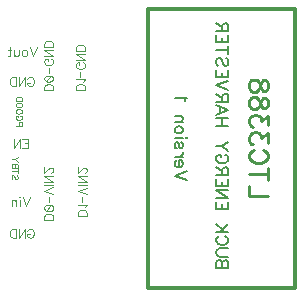
<source format=gbr>
G04 DipTrace 3.2.0.1*
G04 BottomSilk.gbr*
%MOMM*%
G04 #@! TF.FileFunction,Legend,Bot*
G04 #@! TF.Part,Single*
%ADD18C,0.3*%
%ADD45C,0.15686*%
%ADD46C,0.07843*%
%ADD47C,0.11765*%
%ADD48C,0.23529*%
%FSLAX35Y35*%
G04*
G71*
G90*
G75*
G01*
G04 BotSilk*
%LPD*%
X1480093Y2532573D2*
D18*
X2718213D1*
Y167447D1*
X1480093D1*
Y2532573D1*
X365820Y1123218D2*
D46*
X370705Y1118389D1*
X373120Y1111089D1*
Y1101374D1*
X370705Y1094074D1*
X365820Y1089189D1*
X360991D1*
X356105Y1091660D1*
X353691Y1094074D1*
X351276Y1098903D1*
X346391Y1113503D1*
X343976Y1118389D1*
X341505Y1120803D1*
X336676Y1123218D1*
X329376D1*
X324547Y1118389D1*
X322076Y1111089D1*
Y1101374D1*
X324547Y1094074D1*
X329376Y1089189D1*
X373120Y1155919D2*
X322076D1*
X373120Y1138904D2*
Y1172934D1*
Y1188620D2*
X322076D1*
Y1210520D1*
X324547Y1217820D1*
X326961Y1220234D1*
X331791Y1222649D1*
X339091D1*
X343976Y1220234D1*
X346391Y1217820D1*
X348805Y1210520D1*
X351276Y1217820D1*
X353691Y1220234D1*
X358520Y1222649D1*
X363405D1*
X368235Y1220234D1*
X370705Y1217820D1*
X373120Y1210520D1*
Y1188620D1*
X348805D2*
Y1210520D1*
X373120Y1238335D2*
X348805Y1257764D1*
X322076D1*
X373120Y1277194D2*
X348805Y1257764D1*
X456762Y650961D2*
D47*
X460384Y658205D1*
X467712Y665533D1*
X474956Y669155D1*
X489528D1*
X496856Y665533D1*
X504100Y658205D1*
X507806Y650961D1*
X511428Y640011D1*
Y621733D1*
X507806Y610867D1*
X504100Y603539D1*
X496856Y596295D1*
X489528Y592589D1*
X474956D1*
X467712Y596295D1*
X460384Y603539D1*
X456762Y610867D1*
Y621733D1*
X474956D1*
X382189Y669155D2*
Y592589D1*
X433233Y669155D1*
Y592589D1*
X358660Y669155D2*
Y592589D1*
X333138D1*
X322188Y596295D1*
X314860Y603539D1*
X311238Y610867D1*
X307616Y621733D1*
Y640011D1*
X311238Y650961D1*
X314860Y658205D1*
X322188Y665533D1*
X333138Y669155D1*
X358660D1*
X456762Y1936701D2*
X460384Y1943945D1*
X467712Y1951273D1*
X474956Y1954895D1*
X489528D1*
X496856Y1951273D1*
X504100Y1943945D1*
X507806Y1936701D1*
X511428Y1925751D1*
Y1907473D1*
X507806Y1896607D1*
X504100Y1889279D1*
X496856Y1882035D1*
X489528Y1878329D1*
X474956D1*
X467712Y1882035D1*
X460384Y1889279D1*
X456762Y1896607D1*
Y1907473D1*
X474956D1*
X382189Y1954895D2*
Y1878329D1*
X433233Y1954895D1*
Y1878329D1*
X358660Y1954895D2*
Y1878329D1*
X333138D1*
X322188Y1882035D1*
X314860Y1889279D1*
X311238Y1896607D1*
X307616Y1907473D1*
Y1925751D1*
X311238Y1936701D1*
X314860Y1943945D1*
X322188Y1951273D1*
X333138Y1954895D1*
X358660D1*
X476257Y939002D2*
X447114Y862436D1*
X417970Y939002D1*
X394440D2*
X390818Y935380D1*
X387112Y939002D1*
X390818Y942708D1*
X394440Y939002D1*
X390818Y913480D2*
Y862436D1*
X363583Y913480D2*
Y862436D1*
Y898908D2*
X352633Y909858D1*
X345305Y913480D1*
X334439D1*
X327111Y909858D1*
X323489Y898908D1*
Y862436D1*
X537278Y2208868D2*
X508134Y2132303D1*
X478990Y2208868D1*
X437267Y2183346D2*
X444511Y2179724D1*
X451839Y2172396D1*
X455461Y2161446D1*
Y2154203D1*
X451839Y2143253D1*
X444511Y2136009D1*
X437267Y2132303D1*
X426317D1*
X418989Y2136009D1*
X411745Y2143253D1*
X408039Y2154203D1*
Y2161446D1*
X411745Y2172396D1*
X418989Y2179724D1*
X426317Y2183346D1*
X437267D1*
X384509D2*
Y2146874D1*
X380888Y2136009D1*
X373559Y2132303D1*
X362609D1*
X355366Y2136009D1*
X344416Y2146874D1*
Y2183346D2*
Y2132303D1*
X309936Y2208868D2*
Y2146874D1*
X306314Y2136009D1*
X298986Y2132303D1*
X291742D1*
X320886Y2183346D2*
X295364D1*
X382370Y1542599D2*
D46*
Y1564499D1*
X384785Y1571743D1*
X387255Y1574213D1*
X392085Y1576628D1*
X399385D1*
X404214Y1574213D1*
X406685Y1571743D1*
X409099Y1564499D1*
Y1542599D1*
X358056D1*
X396970Y1628758D2*
X401799Y1626344D1*
X406685Y1621458D1*
X409099Y1616629D1*
Y1606914D1*
X406685Y1602029D1*
X401799Y1597200D1*
X396970Y1594729D1*
X389670Y1592314D1*
X377485D1*
X370241Y1594729D1*
X365355Y1597200D1*
X360526Y1602029D1*
X358055Y1606914D1*
Y1616629D1*
X360526Y1621458D1*
X365355Y1626344D1*
X370241Y1628758D1*
X377485D1*
Y1616629D1*
X409099Y1659044D2*
X406685Y1654159D1*
X401799Y1649330D1*
X396970Y1646859D1*
X389670Y1644444D1*
X377485D1*
X370241Y1646859D1*
X365355Y1649330D1*
X360526Y1654159D1*
X358055Y1659044D1*
Y1668759D1*
X360526Y1673588D1*
X365355Y1678474D1*
X370241Y1680888D1*
X377485Y1683303D1*
X389670D1*
X396970Y1680888D1*
X401799Y1678474D1*
X406685Y1673588D1*
X409099Y1668759D1*
Y1659044D1*
Y1713589D2*
X406685Y1708704D1*
X401799Y1703874D1*
X396970Y1701404D1*
X389670Y1698989D1*
X377485D1*
X370241Y1701404D1*
X365355Y1703875D1*
X360526Y1708704D1*
X358055Y1713589D1*
Y1723304D1*
X360526Y1728133D1*
X365355Y1733018D1*
X370241Y1735433D1*
X377485Y1737848D1*
X389670Y1737847D1*
X396970Y1735433D1*
X401799Y1733018D1*
X406685Y1728133D1*
X409099Y1723304D1*
Y1713589D1*
Y1753534D2*
X358055D1*
Y1770548D1*
X360526Y1777848D1*
X365355Y1782734D1*
X370241Y1785148D1*
X377485Y1787563D1*
X389670D1*
X396970Y1785148D1*
X401799Y1782734D1*
X406685Y1777848D1*
X409099Y1770548D1*
Y1753534D1*
X413936Y1431075D2*
D47*
X461273D1*
Y1354509D1*
X413936D1*
X461273Y1394603D2*
X432129D1*
X339362Y1431075D2*
Y1354509D1*
X390406Y1431075D1*
Y1354509D1*
X960342Y778349D2*
X883776D1*
Y803871D1*
X887482Y814821D1*
X894726Y822149D1*
X902054Y825771D1*
X912920Y829393D1*
X931198D1*
X942148Y825771D1*
X949392Y822149D1*
X956720Y814821D1*
X960342Y803871D1*
Y778349D1*
X945686Y852922D2*
X949392Y860250D1*
X960258Y871200D1*
X883776D1*
X922017Y894730D2*
Y936845D1*
X960342Y960375D2*
X883776Y989518D1*
X960342Y1018662D1*
Y1042192D2*
X883776D1*
X960342Y1116765D2*
X883776D1*
X960342Y1065721D1*
X883776D1*
X942064Y1144000D2*
X945686D1*
X953014Y1147622D1*
X956636Y1151244D1*
X960258Y1158572D1*
Y1173144D1*
X956636Y1180388D1*
X953014Y1184010D1*
X945686Y1187716D1*
X938442D1*
X931114Y1184010D1*
X920248Y1176766D1*
X883776Y1140294D1*
Y1191338D1*
X674622Y746602D2*
X598056D1*
Y772124D1*
X601762Y783074D1*
X609006Y790402D1*
X616334Y794024D1*
X627200Y797646D1*
X645478D1*
X656428Y794024D1*
X663672Y790402D1*
X671000Y783074D1*
X674622Y772124D1*
Y746602D1*
X674538Y843076D2*
X670916Y832126D1*
X659966Y824798D1*
X641772Y821176D1*
X630822D1*
X612628Y824798D1*
X601678Y832126D1*
X598056Y843076D1*
Y850319D1*
X601678Y861269D1*
X612628Y868513D1*
X630822Y872219D1*
X641772D1*
X659966Y868513D1*
X670916Y861269D1*
X674538Y850319D1*
Y843076D1*
X659966Y868513D2*
X612628Y824798D1*
X636297Y895749D2*
Y937864D1*
X674622Y961394D2*
X598056Y990538D1*
X674622Y1019681D1*
Y1043211D2*
X598056D1*
X674622Y1117784D2*
X598056D1*
X674622Y1066740D1*
X598056D1*
X656344Y1145019D2*
X659966D1*
X667294Y1148641D1*
X670916Y1152263D1*
X674538Y1159591D1*
Y1174163D1*
X670916Y1181407D1*
X667294Y1185029D1*
X659966Y1188735D1*
X652722D1*
X645394Y1185029D1*
X634528Y1177785D1*
X598056Y1141313D1*
Y1192357D1*
X944469Y1841862D2*
X867903D1*
Y1867384D1*
X871609Y1878334D1*
X878853Y1885662D1*
X886181Y1889284D1*
X897047Y1892906D1*
X915325D1*
X926275Y1889284D1*
X933519Y1885662D1*
X940847Y1878334D1*
X944469Y1867384D1*
Y1841862D1*
X929812Y1916436D2*
X933519Y1923764D1*
X944384Y1934714D1*
X867903D1*
X906144Y1958243D2*
Y2000358D1*
X926275Y2078554D2*
X933518Y2074932D1*
X940847Y2067604D1*
X944468Y2060360D1*
Y2045788D1*
X940847Y2038460D1*
X933519Y2031216D1*
X926275Y2027510D1*
X915325Y2023888D1*
X897047D1*
X886181Y2027510D1*
X878853Y2031216D1*
X871609Y2038460D1*
X867903Y2045788D1*
Y2060360D1*
X871609Y2067604D1*
X878853Y2074932D1*
X886181Y2078554D1*
X897047D1*
Y2060360D1*
X944468Y2153127D2*
X867903D1*
X944468Y2102083D1*
X867903D1*
X944469Y2176656D2*
X867903D1*
Y2202178D1*
X871609Y2213128D1*
X878853Y2220456D1*
X886181Y2224078D1*
X897047Y2227700D1*
X915325D1*
X926275Y2224078D1*
X933519Y2220456D1*
X940847Y2213128D1*
X944469Y2202178D1*
Y2176656D1*
X674622Y1841862D2*
X598056D1*
Y1867384D1*
X601762Y1878334D1*
X609006Y1885662D1*
X616334Y1889284D1*
X627200Y1892906D1*
X645478D1*
X656428Y1889284D1*
X663672Y1885662D1*
X671000Y1878334D1*
X674622Y1867384D1*
Y1841862D1*
X674538Y1938336D2*
X670916Y1927386D1*
X659966Y1920058D1*
X641772Y1916436D1*
X630822D1*
X612628Y1920058D1*
X601678Y1927386D1*
X598056Y1938336D1*
Y1945579D1*
X601678Y1956529D1*
X612628Y1963773D1*
X630822Y1967479D1*
X641772D1*
X659966Y1963773D1*
X670916Y1956529D1*
X674538Y1945579D1*
Y1938336D1*
X659966Y1963773D2*
X612628Y1920058D1*
X636297Y1991009D2*
Y2033124D1*
X656428Y2111319D2*
X663672Y2107697D1*
X671000Y2100369D1*
X674622Y2093125D1*
Y2078554D1*
X671000Y2071226D1*
X663672Y2063982D1*
X656428Y2060276D1*
X645478Y2056654D1*
X627200D1*
X616334Y2060276D1*
X609006Y2063982D1*
X601762Y2071226D1*
X598056Y2078554D1*
Y2093126D1*
X601762Y2100369D1*
X609006Y2107697D1*
X616334Y2111319D1*
X627200D1*
Y2093126D1*
X674622Y2185892D2*
X598056Y2185893D1*
X674622Y2134849D1*
X598056D1*
X674622Y2209422D2*
X598056D1*
Y2234944D1*
X601762Y2245894D1*
X609006Y2253222D1*
X616334Y2256844D1*
X627200Y2260466D1*
X645478D1*
X656428Y2256844D1*
X663672Y2253222D1*
X671000Y2245894D1*
X674622Y2234944D1*
Y2209422D1*
X2490084Y944538D2*
D48*
X2336952D1*
Y1031969D1*
X2490084Y1130072D2*
X2336952D1*
X2490084Y1079028D2*
Y1181116D1*
X2453696Y1337506D2*
X2468183Y1330262D1*
X2482840Y1315606D1*
X2490083Y1301119D1*
Y1271975D1*
X2482840Y1257319D1*
X2468184Y1242831D1*
X2453696Y1235419D1*
X2431796Y1228175D1*
X2395240D1*
X2373508Y1235419D1*
X2358852Y1242831D1*
X2344364Y1257319D1*
X2336952Y1271975D1*
Y1301119D1*
X2344364Y1315606D1*
X2358852Y1330262D1*
X2373508Y1337506D1*
X2489915Y1399221D2*
Y1479240D1*
X2431627Y1435609D1*
Y1457509D1*
X2424383Y1471997D1*
X2417140Y1479240D1*
X2395240Y1486653D1*
X2380752D1*
X2358852Y1479241D1*
X2344196Y1464753D1*
X2336952Y1442853D1*
Y1420953D1*
X2344196Y1399221D1*
X2351608Y1391977D1*
X2366096Y1384565D1*
X2489915Y1548368D2*
Y1628387D1*
X2431627Y1584755D1*
Y1606655D1*
X2424383Y1621143D1*
X2417140Y1628387D1*
X2395240Y1635799D1*
X2380752D1*
X2358852Y1628387D1*
X2344196Y1613899D1*
X2336952Y1591999D1*
Y1570099D1*
X2344196Y1548368D1*
X2351608Y1541124D1*
X2366096Y1533712D1*
X2489915Y1719246D2*
X2482671Y1697514D1*
X2468183Y1690102D1*
X2453527D1*
X2439040Y1697514D1*
X2431627Y1712002D1*
X2424383Y1741146D1*
X2417140Y1763046D1*
X2402483Y1777533D1*
X2387996Y1784777D1*
X2366096D1*
X2351608Y1777533D1*
X2344196Y1770290D1*
X2336952Y1748390D1*
Y1719246D1*
X2344196Y1697514D1*
X2351608Y1690102D1*
X2366096Y1682858D1*
X2387996D1*
X2402483Y1690102D1*
X2417140Y1704758D1*
X2424383Y1726490D1*
X2431627Y1755633D1*
X2439040Y1770290D1*
X2453527Y1777533D1*
X2468183D1*
X2482671Y1770289D1*
X2489915Y1748390D1*
Y1719246D1*
Y1868224D2*
X2482671Y1846492D1*
X2468183Y1839080D1*
X2453527D1*
X2439040Y1846492D1*
X2431627Y1860980D1*
X2424383Y1890124D1*
X2417140Y1912024D1*
X2402484Y1926511D1*
X2387996Y1933755D1*
X2366096D1*
X2351608Y1926511D1*
X2344196Y1919267D1*
X2336952Y1897368D1*
Y1868224D1*
X2344196Y1846492D1*
X2351608Y1839080D1*
X2366096Y1831836D1*
X2387996D1*
X2402483Y1839080D1*
X2417140Y1853736D1*
X2424383Y1875467D1*
X2431627Y1904611D1*
X2439040Y1919267D1*
X2453527Y1926511D1*
X2468184D1*
X2482671Y1919267D1*
X2489915Y1897367D1*
Y1868224D1*
X2156293Y335856D2*
D45*
X2054205D1*
Y379656D1*
X2059146Y394256D1*
X2063976Y399086D1*
X2073634Y403915D1*
X2088234D1*
X2098005Y399086D1*
X2102834Y394256D1*
X2107663Y379656D1*
X2112605Y394256D1*
X2117434Y399086D1*
X2127093Y403915D1*
X2136863D1*
X2146522Y399086D1*
X2151463Y394256D1*
X2156293Y379656D1*
Y335856D1*
X2107663D2*
Y379656D1*
X2156293Y435287D2*
X2083405D1*
X2068805Y440117D1*
X2059146Y449887D1*
X2054205Y464487D1*
Y474146D1*
X2059146Y488746D1*
X2068805Y498517D1*
X2083405Y503346D1*
X2156293D1*
X2132034Y607606D2*
X2141693Y602777D1*
X2151463Y593006D1*
X2156293Y583348D1*
Y563918D1*
X2151463Y554148D1*
X2141693Y544489D1*
X2132034Y539548D1*
X2117434Y534718D1*
X2093063D1*
X2078576Y539548D1*
X2068805Y544489D1*
X2059146Y554148D1*
X2054205Y563918D1*
Y583348D1*
X2059146Y593006D1*
X2068805Y602777D1*
X2078576Y607606D1*
X2156293Y638979D2*
X2054205D1*
X2156293Y707037D2*
X2088234Y638979D1*
X2112605Y663237D2*
X2054205Y707037D1*
X2156293Y900284D2*
Y837167D1*
X2054205D1*
Y900284D1*
X2107663Y837167D2*
Y876025D1*
X2156293Y999715D2*
X2054205D1*
X2156293Y931656D1*
X2054205D1*
X2156293Y1094204D2*
Y1031087D1*
X2054205D1*
Y1094204D1*
X2107663Y1031087D2*
Y1069946D1*
Y1125577D2*
Y1169265D1*
X2112605Y1183865D1*
X2117434Y1188806D1*
X2127093Y1193635D1*
X2136863D1*
X2146522Y1188806D1*
X2151463Y1183865D1*
X2156293Y1169265D1*
Y1125577D1*
X2054205D1*
X2107663Y1159606D2*
X2054205Y1193635D1*
X2132034Y1297896D2*
X2141693Y1293066D1*
X2151463Y1283296D1*
X2156293Y1273637D1*
Y1254208D1*
X2151463Y1244437D1*
X2141693Y1234779D1*
X2132034Y1229837D1*
X2117434Y1225008D1*
X2093063D1*
X2078576Y1229837D1*
X2068805Y1234779D1*
X2059146Y1244437D1*
X2054205Y1254208D1*
Y1273637D1*
X2059146Y1283296D1*
X2068805Y1293066D1*
X2078576Y1297896D1*
X2093063D1*
Y1273637D1*
X2156293Y1329268D2*
X2107663Y1368127D1*
X2054205D1*
X2156293Y1406985D2*
X2107663Y1368127D1*
X2156293Y1537115D2*
X2054205D1*
X2156293Y1605173D2*
X2054205D1*
X2107663Y1537115D2*
Y1605173D1*
X2054205Y1714375D2*
X2156293Y1675404D1*
X2054205Y1636546D1*
X2088234Y1651146D2*
Y1699775D1*
X2107663Y1745748D2*
Y1789435D1*
X2112605Y1804035D1*
X2117434Y1808977D1*
X2127093Y1813806D1*
X2136863D1*
X2146522Y1808977D1*
X2151463Y1804035D1*
X2156293Y1789435D1*
Y1745748D1*
X2054205D1*
X2107663Y1779777D2*
X2054205Y1813806D1*
X2156293Y1845179D2*
X2054205Y1884037D1*
X2156293Y1922895D1*
Y2017385D2*
Y1954268D1*
X2054205D1*
Y2017385D1*
X2107663Y1954268D2*
Y1993126D1*
X2141693Y2116816D2*
X2151463Y2107157D1*
X2156293Y2092557D1*
Y2073128D1*
X2151463Y2058528D1*
X2141693Y2048757D1*
X2132034D1*
X2122263Y2053699D1*
X2117434Y2058528D1*
X2112605Y2068187D1*
X2102834Y2097387D1*
X2098005Y2107157D1*
X2093063Y2111987D1*
X2083405Y2116816D1*
X2068805D1*
X2059146Y2107157D1*
X2054205Y2092557D1*
Y2073128D1*
X2059146Y2058528D1*
X2068805Y2048757D1*
X2156292Y2182218D2*
X2054205D1*
X2156292Y2148188D2*
Y2216247D1*
Y2310736D2*
Y2247619D1*
X2054205D1*
Y2310736D1*
X2107663Y2247619D2*
Y2286478D1*
Y2342109D2*
Y2385796D1*
X2112605Y2400396D1*
X2117434Y2405338D1*
X2127093Y2410167D1*
X2136863D1*
X2146522Y2405338D1*
X2151463Y2400396D1*
X2156293Y2385796D1*
X2156292Y2342109D1*
X2054205D1*
X2107663Y2376138D2*
X2054205Y2410167D1*
X1807079Y1081903D2*
X1704992Y1120762D1*
X1807079Y1159620D1*
X1743850Y1190993D2*
Y1249280D1*
X1753621D1*
X1763392Y1244451D1*
X1768221Y1239622D1*
X1773050Y1229851D1*
Y1215251D1*
X1768221Y1205593D1*
X1758450Y1195822D1*
X1743850Y1190993D1*
X1734192D1*
X1719592Y1195822D1*
X1709933Y1205593D1*
X1704992Y1215251D1*
Y1229851D1*
X1709933Y1239622D1*
X1719592Y1249280D1*
X1773050Y1280653D2*
X1704992D1*
X1743850D2*
X1758450Y1285594D1*
X1768221Y1295253D1*
X1773050Y1305024D1*
Y1319624D1*
X1758450Y1404455D2*
X1768221Y1399625D1*
X1773050Y1385025D1*
Y1370425D1*
X1768221Y1355825D1*
X1758450Y1350996D1*
X1748792Y1355825D1*
X1743850Y1365596D1*
X1739021Y1389855D1*
X1734192Y1399625D1*
X1724421Y1404455D1*
X1719592D1*
X1709933Y1399625D1*
X1704992Y1385025D1*
Y1370425D1*
X1709933Y1355825D1*
X1719592Y1350996D1*
X1807079Y1435827D2*
X1802250Y1440656D1*
X1807079Y1445598D1*
X1812021Y1440656D1*
X1807079Y1435827D1*
X1773050Y1440656D2*
X1704992D1*
X1773050Y1501229D2*
X1768221Y1491570D1*
X1758450Y1481800D1*
X1743850Y1476970D1*
X1734192D1*
X1719592Y1481800D1*
X1709933Y1491570D1*
X1704992Y1501229D1*
Y1515829D1*
X1709933Y1525600D1*
X1719592Y1535258D1*
X1734192Y1540200D1*
X1743850D1*
X1758450Y1535258D1*
X1768221Y1525600D1*
X1773050Y1515829D1*
Y1501229D1*
Y1571572D2*
X1704992D1*
X1753621D2*
X1768221Y1586172D1*
X1773050Y1595943D1*
Y1610431D1*
X1768221Y1620201D1*
X1753621Y1625031D1*
X1704992D1*
X1787538Y1755160D2*
X1792479Y1764931D1*
X1806967Y1779531D1*
X1704992D1*
M02*

</source>
